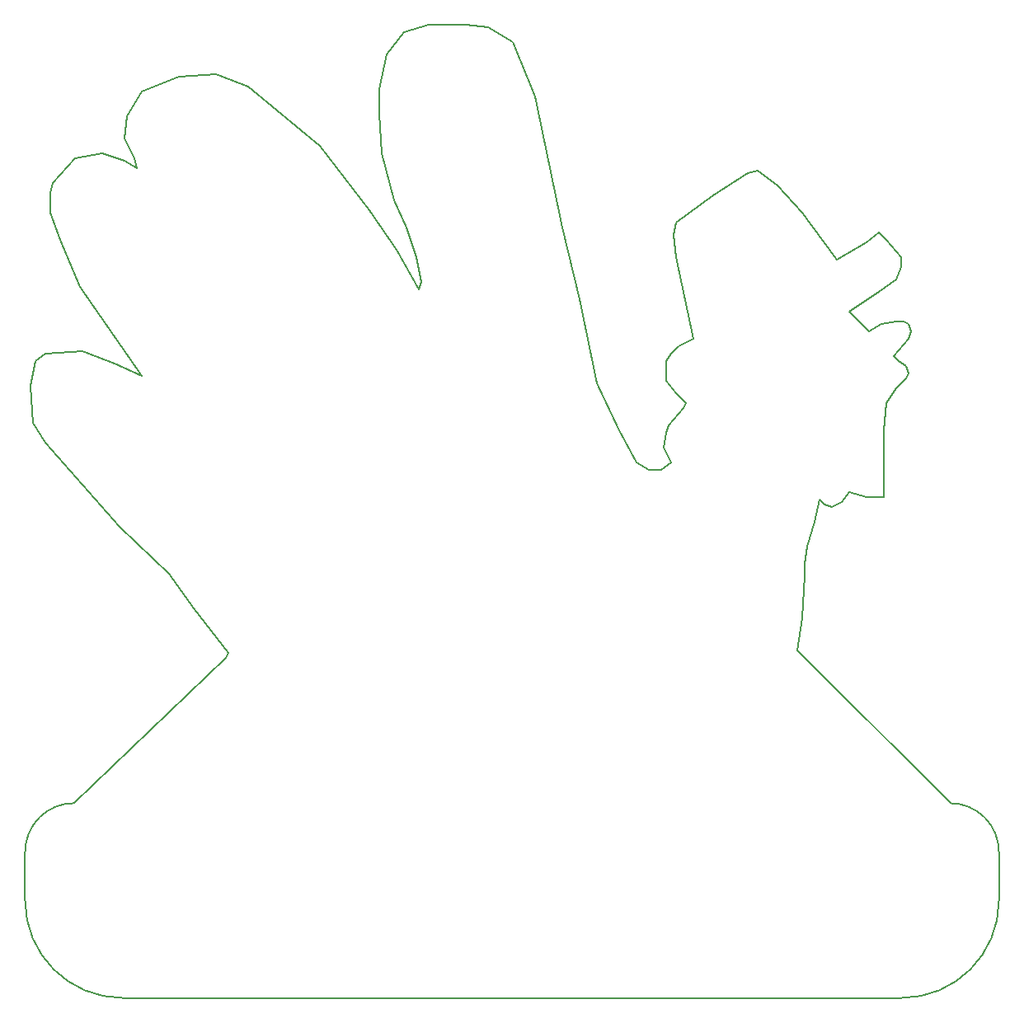
<source format=gbr>
G04 #@! TF.FileFunction,Profile,NP*
%FSLAX46Y46*%
G04 Gerber Fmt 4.6, Leading zero omitted, Abs format (unit mm)*
G04 Created by KiCad (PCBNEW 4.0.6) date 11/09/17 18:57:56*
%MOMM*%
%LPD*%
G01*
G04 APERTURE LIST*
%ADD10C,0.100000*%
%ADD11C,0.150000*%
G04 APERTURE END LIST*
D10*
D11*
X179324000Y-114300000D02*
X180086000Y-115062000D01*
X179832000Y-110998000D02*
X179324000Y-114300000D01*
X180086000Y-106680000D02*
X179832000Y-110998000D01*
X180086000Y-105410000D02*
X180086000Y-106680000D01*
X180340000Y-103632000D02*
X180086000Y-105410000D01*
X181102000Y-101092000D02*
X180340000Y-103632000D01*
X120904000Y-114554000D02*
X120650000Y-115062000D01*
X117348000Y-109982000D02*
X120904000Y-114554000D01*
X114808000Y-106426000D02*
X117348000Y-109982000D01*
X109728000Y-101600000D02*
X114808000Y-106426000D01*
X102108000Y-92964000D02*
X109728000Y-101600000D01*
X100838000Y-90932000D02*
X102108000Y-92964000D01*
X100584000Y-87122000D02*
X100838000Y-90932000D01*
X101092000Y-84582000D02*
X100584000Y-87122000D01*
X102108000Y-83820000D02*
X101092000Y-84582000D01*
X105918000Y-83566000D02*
X102108000Y-83820000D01*
X109220000Y-84836000D02*
X105918000Y-83566000D01*
X112014000Y-86106000D02*
X109220000Y-84836000D01*
X105664000Y-76962000D02*
X112014000Y-86106000D01*
X103632000Y-72136000D02*
X105664000Y-76962000D01*
X102616000Y-69342000D02*
X103632000Y-72136000D01*
X102616000Y-67310000D02*
X102616000Y-69342000D01*
X102870000Y-66294000D02*
X102616000Y-67310000D01*
X105156000Y-63754000D02*
X102870000Y-66294000D01*
X107950000Y-63246000D02*
X105156000Y-63754000D01*
X110236000Y-64008000D02*
X107950000Y-63246000D01*
X111506000Y-64770000D02*
X110236000Y-64008000D01*
X111252000Y-63754000D02*
X111506000Y-64770000D01*
X110236000Y-61722000D02*
X111252000Y-63754000D01*
X110490000Y-59436000D02*
X110236000Y-61722000D01*
X112014000Y-56896000D02*
X110490000Y-59436000D01*
X115824000Y-55372000D02*
X112014000Y-56896000D01*
X119634000Y-55118000D02*
X115824000Y-55372000D01*
X122936000Y-56388000D02*
X119634000Y-55118000D01*
X130302000Y-62484000D02*
X122936000Y-56388000D01*
X135382000Y-69088000D02*
X130302000Y-62484000D01*
X138176000Y-73152000D02*
X135382000Y-69088000D01*
X140462000Y-77216000D02*
X138176000Y-73152000D01*
X140716000Y-76454000D02*
X140462000Y-77216000D01*
X140208000Y-73914000D02*
X140716000Y-76454000D01*
X139192000Y-70866000D02*
X140208000Y-73914000D01*
X137922000Y-68072000D02*
X139192000Y-70866000D01*
X136652000Y-63246000D02*
X137922000Y-68072000D01*
X136398000Y-59182000D02*
X136652000Y-63246000D01*
X136398000Y-56642000D02*
X136398000Y-59182000D01*
X137160000Y-53086000D02*
X136398000Y-56642000D01*
X138938000Y-50800000D02*
X137160000Y-53086000D01*
X141478000Y-50038000D02*
X138938000Y-50800000D01*
X145288000Y-50038000D02*
X141478000Y-50038000D01*
X147574000Y-50292000D02*
X145288000Y-50038000D01*
X150114000Y-51816000D02*
X147574000Y-50292000D01*
X152400000Y-57404000D02*
X150114000Y-51816000D01*
X155194000Y-70866000D02*
X152400000Y-57404000D01*
X156972000Y-78232000D02*
X155194000Y-70866000D01*
X158750000Y-86868000D02*
X156972000Y-78232000D01*
X161036000Y-91694000D02*
X158750000Y-86868000D01*
X162814000Y-94996000D02*
X161036000Y-91694000D01*
X164084000Y-95758000D02*
X162814000Y-94996000D01*
X165354000Y-95758000D02*
X164084000Y-95758000D01*
X166370000Y-94996000D02*
X165354000Y-95758000D01*
X166116000Y-94488000D02*
X166370000Y-94996000D01*
X165608000Y-93472000D02*
X166116000Y-94488000D01*
X165862000Y-91948000D02*
X165608000Y-93472000D01*
X166116000Y-91186000D02*
X165862000Y-91948000D01*
X167640000Y-89408000D02*
X166116000Y-91186000D01*
X167894000Y-88900000D02*
X167640000Y-89408000D01*
X166878000Y-87884000D02*
X167894000Y-88900000D01*
X165862000Y-86614000D02*
X166878000Y-87884000D01*
X165862000Y-84582000D02*
X165862000Y-86614000D01*
X166370000Y-83820000D02*
X165862000Y-84582000D01*
X167132000Y-83058000D02*
X166370000Y-83820000D01*
X168656000Y-82296000D02*
X167132000Y-83058000D01*
X166878000Y-73914000D02*
X168656000Y-82296000D01*
X166624000Y-71628000D02*
X166878000Y-73914000D01*
X166878000Y-70358000D02*
X166624000Y-71628000D01*
X170688000Y-67564000D02*
X166878000Y-70358000D01*
X174244000Y-65278000D02*
X170688000Y-67564000D01*
X175260000Y-65024000D02*
X174244000Y-65278000D01*
X177292000Y-66548000D02*
X175260000Y-65024000D01*
X179832000Y-69342000D02*
X177292000Y-66548000D01*
X183388000Y-74168000D02*
X179832000Y-69342000D01*
X186436000Y-72390000D02*
X183388000Y-74168000D01*
X187706000Y-71374000D02*
X186436000Y-72390000D01*
X188468000Y-72136000D02*
X187706000Y-71374000D01*
X189992000Y-73914000D02*
X188468000Y-72136000D01*
X189992000Y-74930000D02*
X189992000Y-73914000D01*
X189484000Y-76200000D02*
X189992000Y-74930000D01*
X187706000Y-77470000D02*
X189484000Y-76200000D01*
X184658000Y-79502000D02*
X187706000Y-77470000D01*
X186690000Y-81534000D02*
X184658000Y-79502000D01*
X187960000Y-80772000D02*
X186690000Y-81534000D01*
X189484000Y-80518000D02*
X187960000Y-80772000D01*
X190246000Y-80518000D02*
X189484000Y-80518000D01*
X190754000Y-80772000D02*
X190246000Y-80518000D01*
X191008000Y-81534000D02*
X190754000Y-80772000D01*
X190754000Y-82296000D02*
X191008000Y-81534000D01*
X189230000Y-84074000D02*
X190754000Y-82296000D01*
X189738000Y-84582000D02*
X189230000Y-84074000D01*
X190500000Y-85090000D02*
X189738000Y-84582000D01*
X190754000Y-85852000D02*
X190500000Y-85090000D01*
X190500000Y-86360000D02*
X190754000Y-85852000D01*
X189484000Y-87376000D02*
X190500000Y-86360000D01*
X188468000Y-88900000D02*
X189484000Y-87376000D01*
X188214000Y-91694000D02*
X188468000Y-88900000D01*
X188214000Y-96012000D02*
X188214000Y-91694000D01*
X188214000Y-98552000D02*
X188214000Y-96012000D01*
X187960000Y-98552000D02*
X188214000Y-98552000D01*
X186436000Y-98552000D02*
X187960000Y-98552000D01*
X184658000Y-98044000D02*
X186436000Y-98552000D01*
X183896000Y-99060000D02*
X184658000Y-98044000D01*
X182880000Y-99568000D02*
X183896000Y-99060000D01*
X182118000Y-99314000D02*
X182880000Y-99568000D01*
X181610000Y-98806000D02*
X182118000Y-99314000D01*
X181102000Y-101092000D02*
X181610000Y-98806000D01*
X105000000Y-130000000D02*
X120650000Y-115062000D01*
X195000000Y-130000000D02*
X180086000Y-115062000D01*
X105000000Y-130000000D02*
G75*
G03X100000000Y-135000000I0J-5000000D01*
G01*
X200000000Y-135000000D02*
G75*
G03X195000000Y-130000000I-5000000J0D01*
G01*
X100000000Y-140000000D02*
X100000000Y-135000000D01*
X200000000Y-140000000D02*
X200000000Y-135000000D01*
X190000000Y-150000000D02*
X110000000Y-150000000D01*
X100000000Y-140000000D02*
G75*
G03X110000000Y-150000000I10000000J0D01*
G01*
X190000000Y-150000000D02*
G75*
G03X200000000Y-140000000I0J10000000D01*
G01*
M02*

</source>
